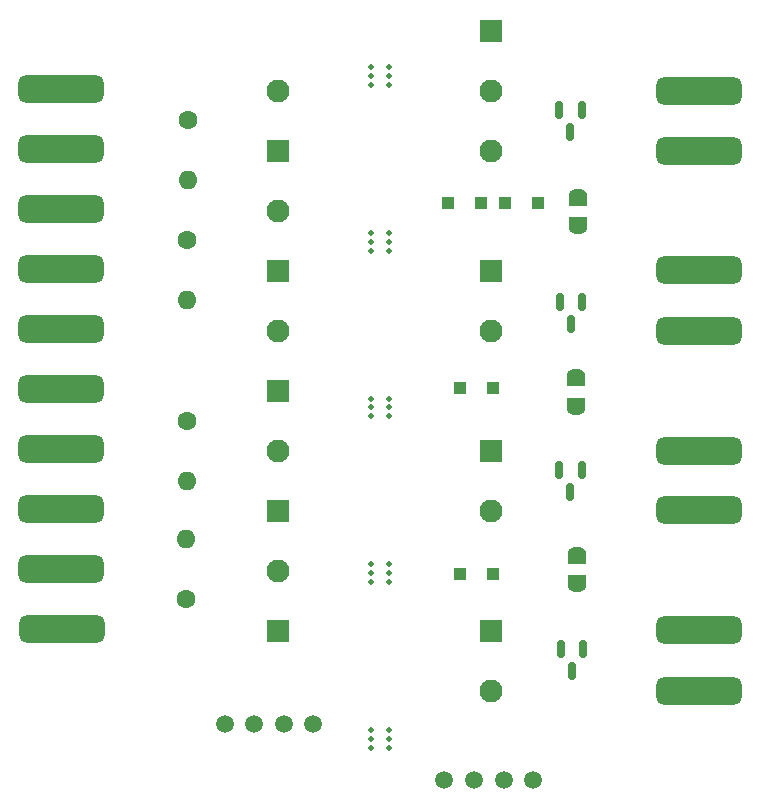
<source format=gbr>
%TF.GenerationSoftware,KiCad,Pcbnew,7.0.10*%
%TF.CreationDate,2024-07-22T21:05:33-04:00*%
%TF.ProjectId,12.X.1 - PLC Connector Combined,31322e58-2e31-4202-9d20-504c4320436f,rev?*%
%TF.SameCoordinates,Original*%
%TF.FileFunction,Soldermask,Top*%
%TF.FilePolarity,Negative*%
%FSLAX46Y46*%
G04 Gerber Fmt 4.6, Leading zero omitted, Abs format (unit mm)*
G04 Created by KiCad (PCBNEW 7.0.10) date 2024-07-22 21:05:33*
%MOMM*%
%LPD*%
G01*
G04 APERTURE LIST*
G04 Aperture macros list*
%AMRoundRect*
0 Rectangle with rounded corners*
0 $1 Rounding radius*
0 $2 $3 $4 $5 $6 $7 $8 $9 X,Y pos of 4 corners*
0 Add a 4 corners polygon primitive as box body*
4,1,4,$2,$3,$4,$5,$6,$7,$8,$9,$2,$3,0*
0 Add four circle primitives for the rounded corners*
1,1,$1+$1,$2,$3*
1,1,$1+$1,$4,$5*
1,1,$1+$1,$6,$7*
1,1,$1+$1,$8,$9*
0 Add four rect primitives between the rounded corners*
20,1,$1+$1,$2,$3,$4,$5,0*
20,1,$1+$1,$4,$5,$6,$7,0*
20,1,$1+$1,$6,$7,$8,$9,0*
20,1,$1+$1,$8,$9,$2,$3,0*%
%AMFreePoly0*
4,1,19,0.750000,-0.750000,-0.200000,-0.750000,-0.200000,-0.744911,-0.221157,-0.744911,-0.357708,-0.704816,-0.477430,-0.627875,-0.570627,-0.520320,-0.629746,-0.390866,-0.650000,-0.250000,-0.650000,0.250000,-0.629746,0.390866,-0.570627,0.520320,-0.477430,0.627875,-0.357708,0.704816,-0.221157,0.744911,-0.200000,0.744911,-0.200000,0.750000,0.750000,0.750000,0.750000,-0.750000,0.750000,-0.750000,
$1*%
%AMFreePoly1*
4,1,19,0.200000,0.744911,0.221157,0.744911,0.357708,0.704816,0.477430,0.627875,0.570627,0.520320,0.629746,0.390866,0.650000,0.250000,0.650000,-0.250000,0.629746,-0.390866,0.570627,-0.520320,0.477430,-0.627875,0.357708,-0.704816,0.221157,-0.744911,0.200000,-0.744911,0.200000,-0.750000,-0.750000,-0.750000,-0.750000,0.750000,0.200000,0.750000,0.200000,0.744911,0.200000,0.744911,
$1*%
G04 Aperture macros list end*
%ADD10C,0.500000*%
%ADD11R,1.950000X1.950000*%
%ADD12C,1.950000*%
%ADD13RoundRect,0.572500X-3.045750X-0.572500X3.045750X-0.572500X3.045750X0.572500X-3.045750X0.572500X0*%
%ADD14RoundRect,0.250000X0.300000X0.300000X-0.300000X0.300000X-0.300000X-0.300000X0.300000X-0.300000X0*%
%ADD15RoundRect,0.150000X-0.150000X0.587500X-0.150000X-0.587500X0.150000X-0.587500X0.150000X0.587500X0*%
%ADD16FreePoly0,270.000000*%
%ADD17FreePoly1,270.000000*%
%ADD18O,1.600000X1.600000*%
%ADD19C,1.600000*%
%ADD20RoundRect,0.250000X-0.300000X-0.300000X0.300000X-0.300000X0.300000X0.300000X-0.300000X0.300000X0*%
%ADD21C,1.498600*%
G04 APERTURE END LIST*
D10*
%TO.C,mouse-bite-2mm-slot*%
X102050000Y-126450000D03*
X100550000Y-126450000D03*
X102050000Y-127200000D03*
X100550000Y-127200000D03*
X102050000Y-127950000D03*
X100550000Y-127950000D03*
%TD*%
%TO.C,mouse-bite-2mm-slot*%
X102050000Y-84390000D03*
X100550000Y-84390000D03*
X102050000Y-85140000D03*
X100550000Y-85140000D03*
X102050000Y-85890000D03*
X100550000Y-85890000D03*
%TD*%
%TO.C,mouse-bite-2mm-slot*%
X102050000Y-112420000D03*
X100550000Y-112420000D03*
X102050000Y-113170000D03*
X100550000Y-113170000D03*
X102050000Y-113920000D03*
X100550000Y-113920000D03*
%TD*%
%TO.C,mouse-bite-2mm-slot*%
X102050000Y-98410000D03*
X100550000Y-98410000D03*
X102050000Y-99160000D03*
X100550000Y-99160000D03*
X102050000Y-99910000D03*
X100550000Y-99910000D03*
%TD*%
%TO.C,mouse-bite-2mm-slot*%
X102040000Y-70360000D03*
X100540000Y-70360000D03*
X102040000Y-71110000D03*
X100540000Y-71110000D03*
X102040000Y-71860000D03*
X100540000Y-71860000D03*
%TD*%
D11*
%TO.C,J317*%
X110670000Y-67250000D03*
D12*
X110670000Y-72330000D03*
X110670000Y-77410000D03*
%TD*%
D13*
%TO.C,J316*%
X128326500Y-107870000D03*
%TD*%
%TO.C,J308*%
X128318250Y-123125000D03*
%TD*%
D14*
%TO.C,D304*%
X114650000Y-81820000D03*
X111850000Y-81820000D03*
%TD*%
D13*
%TO.C,J210*%
X74278250Y-72187224D03*
%TD*%
%TO.C,J209*%
X74278250Y-77245000D03*
%TD*%
D14*
%TO.C,D303*%
X110870000Y-113240000D03*
X108070000Y-113240000D03*
%TD*%
D15*
%TO.C,D306*%
X118368250Y-104437500D03*
X116468250Y-104437500D03*
X117418250Y-106312500D03*
%TD*%
D13*
%TO.C,J307*%
X128318250Y-118035000D03*
%TD*%
%TO.C,J206*%
X74308250Y-92488334D03*
%TD*%
%TO.C,J311*%
X128308250Y-87555000D03*
%TD*%
D16*
%TO.C,JP303*%
X117948250Y-111635000D03*
D17*
X117948250Y-114135000D03*
%TD*%
D14*
%TO.C,D302*%
X110870000Y-97520000D03*
X108070000Y-97520000D03*
%TD*%
D13*
%TO.C,J202*%
X74298250Y-112799446D03*
%TD*%
D16*
%TO.C,JP302*%
X117868250Y-96595000D03*
D17*
X117868250Y-99095000D03*
%TD*%
D18*
%TO.C,R204*%
X85008250Y-79862224D03*
D19*
X85008250Y-74782224D03*
%TD*%
D12*
%TO.C,J222*%
X92640000Y-92660000D03*
D11*
X92640000Y-97740000D03*
%TD*%
D13*
%TO.C,J203*%
X74308250Y-107721668D03*
%TD*%
D18*
%TO.C,R202*%
X84918250Y-105377224D03*
D19*
X84918250Y-100297224D03*
%TD*%
D13*
%TO.C,J208*%
X74298250Y-82342778D03*
%TD*%
D12*
%TO.C,J224*%
X92640000Y-112980000D03*
D11*
X92640000Y-118060000D03*
%TD*%
%TO.C,J320*%
X110670000Y-102810000D03*
D12*
X110670000Y-107890000D03*
%TD*%
D15*
%TO.C,D305*%
X118508250Y-119627500D03*
X116608250Y-119627500D03*
X117558250Y-121502500D03*
%TD*%
D20*
%TO.C,D301*%
X107020000Y-81830000D03*
X109820000Y-81830000D03*
%TD*%
D18*
%TO.C,R201*%
X84878250Y-110312224D03*
D19*
X84878250Y-115392224D03*
%TD*%
D21*
%TO.C,J226*%
X88160000Y-125970000D03*
X90660000Y-125970000D03*
X93160000Y-125970000D03*
X95660000Y-125970000D03*
%TD*%
D13*
%TO.C,J201*%
X74370000Y-117920000D03*
%TD*%
%TO.C,J312*%
X128328250Y-92645000D03*
%TD*%
D15*
%TO.C,D308*%
X118408250Y-90227500D03*
X116508250Y-90227500D03*
X117458250Y-92102500D03*
%TD*%
D11*
%TO.C,J318*%
X110670000Y-87570000D03*
D12*
X110670000Y-92650000D03*
%TD*%
D13*
%TO.C,J315*%
X128328250Y-102815000D03*
%TD*%
D18*
%TO.C,R203*%
X84918250Y-90082224D03*
D19*
X84918250Y-85002224D03*
%TD*%
D13*
%TO.C,J204*%
X74298250Y-102653890D03*
%TD*%
%TO.C,J207*%
X74308250Y-87400556D03*
%TD*%
%TO.C,J205*%
X74280000Y-97590000D03*
%TD*%
D12*
%TO.C,J221*%
X92640000Y-102820000D03*
D11*
X92640000Y-107900000D03*
%TD*%
D16*
%TO.C,JP301*%
X118058250Y-81315000D03*
D17*
X118058250Y-83815000D03*
%TD*%
D12*
%TO.C,J223*%
X92640000Y-72340000D03*
D11*
X92640000Y-77420000D03*
%TD*%
D13*
%TO.C,J310*%
X128298250Y-77405000D03*
%TD*%
D12*
%TO.C,J225*%
X92640000Y-82500000D03*
D11*
X92640000Y-87580000D03*
%TD*%
D13*
%TO.C,J309*%
X128298250Y-72325000D03*
%TD*%
D11*
%TO.C,J319*%
X110670000Y-118050000D03*
D12*
X110670000Y-123130000D03*
%TD*%
D15*
%TO.C,D307*%
X118368250Y-73997500D03*
X116468250Y-73997500D03*
X117418250Y-75872500D03*
%TD*%
D21*
%TO.C,J321*%
X114260000Y-130690000D03*
X111760000Y-130690000D03*
X109260000Y-130690000D03*
X106760000Y-130690000D03*
%TD*%
M02*

</source>
